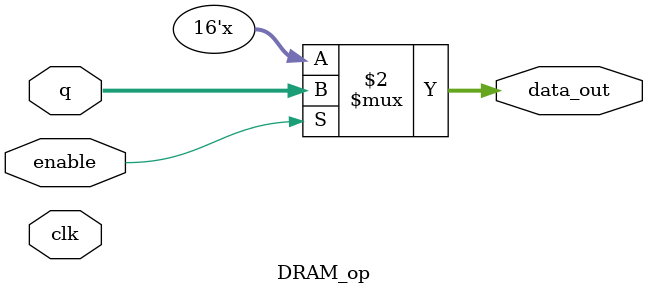
<source format=v>
module DRAM_op(
	input clk,
	input enable,
	input [15:0] q,
	output reg [15:0] data_out
	);
		
	always @ (*)
		begin
			if (enable)
				data_out <= q;
		end 
endmodule 
</source>
